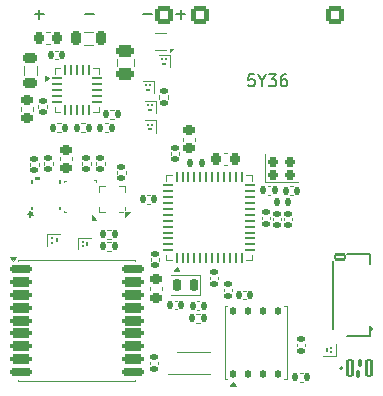
<source format=gbr>
%TF.GenerationSoftware,KiCad,Pcbnew,9.0.6*%
%TF.CreationDate,2025-12-17T14:25:04-08:00*%
%TF.ProjectId,digi_watch,64696769-5f77-4617-9463-682e6b696361,rev?*%
%TF.SameCoordinates,Original*%
%TF.FileFunction,Legend,Top*%
%TF.FilePolarity,Positive*%
%FSLAX46Y46*%
G04 Gerber Fmt 4.6, Leading zero omitted, Abs format (unit mm)*
G04 Created by KiCad (PCBNEW 9.0.6) date 2025-12-17 14:25:04*
%MOMM*%
%LPD*%
G01*
G04 APERTURE LIST*
G04 Aperture macros list*
%AMRoundRect*
0 Rectangle with rounded corners*
0 $1 Rounding radius*
0 $2 $3 $4 $5 $6 $7 $8 $9 X,Y pos of 4 corners*
0 Add a 4 corners polygon primitive as box body*
4,1,4,$2,$3,$4,$5,$6,$7,$8,$9,$2,$3,0*
0 Add four circle primitives for the rounded corners*
1,1,$1+$1,$2,$3*
1,1,$1+$1,$4,$5*
1,1,$1+$1,$6,$7*
1,1,$1+$1,$8,$9*
0 Add four rect primitives between the rounded corners*
20,1,$1+$1,$2,$3,$4,$5,0*
20,1,$1+$1,$4,$5,$6,$7,0*
20,1,$1+$1,$6,$7,$8,$9,0*
20,1,$1+$1,$8,$9,$2,$3,0*%
%AMRotRect*
0 Rectangle, with rotation*
0 The origin of the aperture is its center*
0 $1 length*
0 $2 width*
0 $3 Rotation angle, in degrees counterclockwise*
0 Add horizontal line*
21,1,$1,$2,0,0,$3*%
%AMOutline4P*
0 Free polygon, 4 corners , with rotation*
0 The origin of the aperture is its center*
0 number of corners: always 4*
0 $1 to $8 corner X, Y*
0 $9 Rotation angle, in degrees counterclockwise*
0 create outline with 4 corners*
4,1,4,$1,$2,$3,$4,$5,$6,$7,$8,$1,$2,$9*%
%AMFreePoly0*
4,1,6,0.130000,0.115000,0.130000,-0.115000,-0.130000,-0.115000,-0.130000,0.275000,-0.020000,0.275000,0.130000,0.115000,0.130000,0.115000,$1*%
%AMFreePoly1*
4,1,6,0.130000,-0.115000,-0.130000,-0.115000,-0.130000,0.115000,0.020000,0.275000,0.130000,0.275000,0.130000,-0.115000,0.130000,-0.115000,$1*%
G04 Aperture macros list end*
%ADD10C,0.153000*%
%ADD11C,0.120000*%
%ADD12C,0.127000*%
%ADD13C,0.200000*%
%ADD14C,0.152400*%
%ADD15C,0.000000*%
%ADD16C,0.100000*%
%ADD17R,0.711200X0.279400*%
%ADD18R,0.254000X0.457200*%
%ADD19RoundRect,0.135000X-0.135000X-0.185000X0.135000X-0.185000X0.135000X0.185000X-0.135000X0.185000X0*%
%ADD20R,3.000000X1.500000*%
%ADD21RoundRect,0.150000X0.150000X0.400000X-0.150000X0.400000X-0.150000X-0.400000X0.150000X-0.400000X0*%
%ADD22RoundRect,0.225000X-0.250000X0.225000X-0.250000X-0.225000X0.250000X-0.225000X0.250000X0.225000X0*%
%ADD23RoundRect,0.135000X0.135000X0.185000X-0.135000X0.185000X-0.135000X-0.185000X0.135000X-0.185000X0*%
%ADD24FreePoly0,90.000000*%
%ADD25FreePoly1,90.000000*%
%ADD26FreePoly0,270.000000*%
%ADD27FreePoly1,270.000000*%
%ADD28RotRect,0.520000X0.520000X315.000000*%
%ADD29RoundRect,0.225000X0.250000X-0.225000X0.250000X0.225000X-0.250000X0.225000X-0.250000X-0.225000X0*%
%ADD30RoundRect,0.060000X-0.065000X-0.015000X0.065000X-0.015000X0.065000X0.015000X-0.065000X0.015000X0*%
%ADD31RoundRect,0.060000X-0.015000X-0.190000X0.015000X-0.190000X0.015000X0.190000X-0.015000X0.190000X0*%
%ADD32RoundRect,0.140000X0.170000X-0.140000X0.170000X0.140000X-0.170000X0.140000X-0.170000X-0.140000X0*%
%ADD33RoundRect,0.125000X0.125000X-0.250000X0.125000X0.250000X-0.125000X0.250000X-0.125000X-0.250000X0*%
%ADD34R,4.300000X3.400000*%
%ADD35C,1.152000*%
%ADD36RoundRect,0.140000X-0.140000X-0.170000X0.140000X-0.170000X0.140000X0.170000X-0.140000X0.170000X0*%
%ADD37RoundRect,0.175000X-0.725000X-0.175000X0.725000X-0.175000X0.725000X0.175000X-0.725000X0.175000X0*%
%ADD38RoundRect,0.200000X-0.700000X-0.200000X0.700000X-0.200000X0.700000X0.200000X-0.700000X0.200000X0*%
%ADD39RoundRect,0.062500X-0.375000X-0.062500X0.375000X-0.062500X0.375000X0.062500X-0.375000X0.062500X0*%
%ADD40RoundRect,0.062500X-0.062500X-0.375000X0.062500X-0.375000X0.062500X0.375000X-0.062500X0.375000X0*%
%ADD41R,2.000000X2.000000*%
%ADD42RoundRect,0.062500X0.062500X-0.375000X0.062500X0.375000X-0.062500X0.375000X-0.062500X-0.375000X0*%
%ADD43RoundRect,0.062500X0.375000X-0.062500X0.375000X0.062500X-0.375000X0.062500X-0.375000X-0.062500X0*%
%ADD44R,5.600000X5.600000*%
%ADD45RoundRect,0.140000X-0.170000X0.140000X-0.170000X-0.140000X0.170000X-0.140000X0.170000X0.140000X0*%
%ADD46R,1.000000X1.000000*%
%ADD47C,1.000000*%
%ADD48RoundRect,0.225000X-0.225000X-0.250000X0.225000X-0.250000X0.225000X0.250000X-0.225000X0.250000X0*%
%ADD49RoundRect,0.135000X-0.185000X0.135000X-0.185000X-0.135000X0.185000X-0.135000X0.185000X0.135000X0*%
%ADD50Outline4P,-0.400000X-0.325000X0.400000X-0.325000X0.400000X0.325000X-0.400000X0.325000X180.000000*%
%ADD51Outline4P,-0.400000X-0.800000X0.400000X-0.800000X0.400000X0.800000X-0.400000X0.800000X180.000000*%
%ADD52RoundRect,0.147500X-0.147500X-0.172500X0.147500X-0.172500X0.147500X0.172500X-0.147500X0.172500X0*%
%ADD53RoundRect,0.250000X0.475000X-0.250000X0.475000X0.250000X-0.475000X0.250000X-0.475000X-0.250000X0*%
%ADD54RoundRect,0.218750X-0.218750X-0.381250X0.218750X-0.381250X0.218750X0.381250X-0.218750X0.381250X0*%
%ADD55RoundRect,0.200000X-0.250000X-0.200000X0.250000X-0.200000X0.250000X0.200000X-0.250000X0.200000X0*%
%ADD56RoundRect,0.218750X0.381250X-0.218750X0.381250X0.218750X-0.381250X0.218750X-0.381250X-0.218750X0*%
%ADD57R,0.375000X0.350000*%
%ADD58R,0.350000X0.375000*%
%ADD59R,0.800000X0.300000*%
%ADD60R,0.800000X0.400000*%
%ADD61RoundRect,0.102000X-0.400000X0.200000X-0.400000X-0.200000X0.400000X-0.200000X0.400000X0.200000X0*%
%ADD62RoundRect,0.140000X0.140000X0.170000X-0.140000X0.170000X-0.140000X-0.170000X0.140000X-0.170000X0*%
%ADD63R,0.355600X0.381000*%
%ADD64R,0.381000X0.355600*%
%ADD65RoundRect,0.060000X-0.015000X0.065000X-0.015000X-0.065000X0.015000X-0.065000X0.015000X0.065000X0*%
%ADD66RoundRect,0.060000X-0.190000X0.015000X-0.190000X-0.015000X0.190000X-0.015000X0.190000X0.015000X0*%
%ADD67RoundRect,0.225000X-0.525000X-0.525000X0.525000X-0.525000X0.525000X0.525000X-0.525000X0.525000X0*%
%ADD68RoundRect,0.060000X0.065000X0.015000X-0.065000X0.015000X-0.065000X-0.015000X0.065000X-0.015000X0*%
%ADD69RoundRect,0.060000X0.015000X0.190000X-0.015000X0.190000X-0.015000X-0.190000X0.015000X-0.190000X0*%
%ADD70RoundRect,0.102000X-0.200000X-0.700000X0.200000X-0.700000X0.200000X0.700000X-0.200000X0.700000X0*%
%ADD71RoundRect,0.102000X-0.100000X-0.250000X0.100000X-0.250000X0.100000X0.250000X-0.100000X0.250000X0*%
%ADD72R,0.350000X0.500000*%
G04 APERTURE END LIST*
D10*
X114938752Y-81088710D02*
X115700657Y-81088710D01*
X115319704Y-81469663D02*
X115319704Y-80707758D01*
X119224467Y-81088710D02*
X119986372Y-81088710D01*
X133514942Y-86169663D02*
X133038752Y-86169663D01*
X133038752Y-86169663D02*
X132991133Y-86645853D01*
X132991133Y-86645853D02*
X133038752Y-86598234D01*
X133038752Y-86598234D02*
X133133990Y-86550615D01*
X133133990Y-86550615D02*
X133372085Y-86550615D01*
X133372085Y-86550615D02*
X133467323Y-86598234D01*
X133467323Y-86598234D02*
X133514942Y-86645853D01*
X133514942Y-86645853D02*
X133562561Y-86741091D01*
X133562561Y-86741091D02*
X133562561Y-86979186D01*
X133562561Y-86979186D02*
X133514942Y-87074424D01*
X133514942Y-87074424D02*
X133467323Y-87122044D01*
X133467323Y-87122044D02*
X133372085Y-87169663D01*
X133372085Y-87169663D02*
X133133990Y-87169663D01*
X133133990Y-87169663D02*
X133038752Y-87122044D01*
X133038752Y-87122044D02*
X132991133Y-87074424D01*
X134181609Y-86693472D02*
X134181609Y-87169663D01*
X133848276Y-86169663D02*
X134181609Y-86693472D01*
X134181609Y-86693472D02*
X134514942Y-86169663D01*
X134753038Y-86169663D02*
X135372085Y-86169663D01*
X135372085Y-86169663D02*
X135038752Y-86550615D01*
X135038752Y-86550615D02*
X135181609Y-86550615D01*
X135181609Y-86550615D02*
X135276847Y-86598234D01*
X135276847Y-86598234D02*
X135324466Y-86645853D01*
X135324466Y-86645853D02*
X135372085Y-86741091D01*
X135372085Y-86741091D02*
X135372085Y-86979186D01*
X135372085Y-86979186D02*
X135324466Y-87074424D01*
X135324466Y-87074424D02*
X135276847Y-87122044D01*
X135276847Y-87122044D02*
X135181609Y-87169663D01*
X135181609Y-87169663D02*
X134895895Y-87169663D01*
X134895895Y-87169663D02*
X134800657Y-87122044D01*
X134800657Y-87122044D02*
X134753038Y-87074424D01*
X136229228Y-86169663D02*
X136038752Y-86169663D01*
X136038752Y-86169663D02*
X135943514Y-86217282D01*
X135943514Y-86217282D02*
X135895895Y-86264901D01*
X135895895Y-86264901D02*
X135800657Y-86407758D01*
X135800657Y-86407758D02*
X135753038Y-86598234D01*
X135753038Y-86598234D02*
X135753038Y-86979186D01*
X135753038Y-86979186D02*
X135800657Y-87074424D01*
X135800657Y-87074424D02*
X135848276Y-87122044D01*
X135848276Y-87122044D02*
X135943514Y-87169663D01*
X135943514Y-87169663D02*
X136133990Y-87169663D01*
X136133990Y-87169663D02*
X136229228Y-87122044D01*
X136229228Y-87122044D02*
X136276847Y-87074424D01*
X136276847Y-87074424D02*
X136324466Y-86979186D01*
X136324466Y-86979186D02*
X136324466Y-86741091D01*
X136324466Y-86741091D02*
X136276847Y-86645853D01*
X136276847Y-86645853D02*
X136229228Y-86598234D01*
X136229228Y-86598234D02*
X136133990Y-86550615D01*
X136133990Y-86550615D02*
X135943514Y-86550615D01*
X135943514Y-86550615D02*
X135848276Y-86598234D01*
X135848276Y-86598234D02*
X135800657Y-86645853D01*
X135800657Y-86645853D02*
X135753038Y-86741091D01*
X114366463Y-97962899D02*
X114604558Y-97962899D01*
X114509320Y-98200994D02*
X114604558Y-97962899D01*
X114604558Y-97962899D02*
X114509320Y-97724804D01*
X114795034Y-98105756D02*
X114604558Y-97962899D01*
X114604558Y-97962899D02*
X114795034Y-97820042D01*
X124138752Y-81088710D02*
X124900657Y-81088710D01*
X126900657Y-81088710D02*
X127662562Y-81088710D01*
X127281609Y-81469663D02*
X127281609Y-80707758D01*
D11*
%TO.C,R1*%
X128606359Y-106420000D02*
X128913641Y-106420000D01*
X128606359Y-107180000D02*
X128913641Y-107180000D01*
%TO.C,Y1*%
X126440000Y-104860000D02*
X128960000Y-104860000D01*
X128960000Y-103140000D02*
X126440000Y-103140000D01*
X128960000Y-104860000D02*
X128960000Y-103140000D01*
%TO.C,C25*%
X124690000Y-104159420D02*
X124690000Y-104440580D01*
X125710000Y-104159420D02*
X125710000Y-104440580D01*
%TO.C,R9*%
X121163641Y-90307500D02*
X120856359Y-90307500D01*
X121163641Y-91067500D02*
X120856359Y-91067500D01*
%TO.C,U10*%
X125085000Y-84095000D02*
X126085000Y-84095000D01*
X126085000Y-82655000D02*
X125085000Y-82655000D01*
X126375000Y-84295000D02*
X126375000Y-84015000D01*
X126655000Y-84015000D01*
X126375000Y-84295000D01*
G36*
X126375000Y-84295000D02*
G01*
X126375000Y-84015000D01*
X126655000Y-84015000D01*
X126375000Y-84295000D01*
G37*
%TO.C,C19*%
X117090000Y-93440580D02*
X117090000Y-93159420D01*
X118110000Y-93440580D02*
X118110000Y-93159420D01*
%TO.C,Q1*%
X118615000Y-99990000D02*
X119675000Y-99990000D01*
X118615000Y-100950000D02*
X118615000Y-99990000D01*
%TO.C,C1*%
X124740000Y-101957836D02*
X124740000Y-101742164D01*
X125460000Y-101957836D02*
X125460000Y-101742164D01*
%TO.C,U7*%
X131040000Y-105752500D02*
X131235000Y-105752500D01*
X131040000Y-111972500D02*
X131040000Y-105752500D01*
X131235000Y-111972500D02*
X131040000Y-111972500D01*
X136065000Y-105752500D02*
X136260000Y-105752500D01*
X136260000Y-105752500D02*
X136260000Y-111972500D01*
X136260000Y-111972500D02*
X136065000Y-111972500D01*
X131980000Y-112532500D02*
X131500000Y-112532500D01*
X131740000Y-112202500D01*
X131980000Y-112532500D01*
G36*
X131980000Y-112532500D02*
G01*
X131500000Y-112532500D01*
X131740000Y-112202500D01*
X131980000Y-112532500D01*
G37*
%TO.C,C17*%
X134662164Y-95615000D02*
X134877836Y-95615000D01*
X134662164Y-96335000D02*
X134877836Y-96335000D01*
%TO.C,U2*%
X113540000Y-101840000D02*
X113540000Y-101990000D01*
X113540000Y-101840000D02*
X123460000Y-101840000D01*
X113540000Y-112010000D02*
X113540000Y-112160000D01*
X113540000Y-112160000D02*
X123460000Y-112160000D01*
X123460000Y-101840000D02*
X123460000Y-101990000D01*
X123460000Y-112010000D02*
X123460000Y-112160000D01*
X113070000Y-101990000D02*
X112830000Y-101660000D01*
X113310000Y-101660000D01*
X113070000Y-101990000D01*
G36*
X113070000Y-101990000D02*
G01*
X112830000Y-101660000D01*
X113310000Y-101660000D01*
X113070000Y-101990000D01*
G37*
%TO.C,C21*%
X114540000Y-93887836D02*
X114540000Y-93672164D01*
X115260000Y-93887836D02*
X115260000Y-93672164D01*
%TO.C,R5*%
X137663641Y-111420000D02*
X137356359Y-111420000D01*
X137663641Y-112180000D02*
X137356359Y-112180000D01*
%TO.C,C20*%
X115740000Y-93807836D02*
X115740000Y-93592164D01*
X116460000Y-93807836D02*
X116460000Y-93592164D01*
%TO.C,U1*%
X116640000Y-85640000D02*
X117115000Y-85640000D01*
X116640000Y-86115000D02*
X116640000Y-85640000D01*
X116640000Y-89360000D02*
X116640000Y-88885000D01*
X117115000Y-89360000D02*
X116640000Y-89360000D01*
X119885000Y-85640000D02*
X120360000Y-85640000D01*
X120360000Y-85640000D02*
X120360000Y-86115000D01*
X120360000Y-88885000D02*
X120360000Y-89360000D01*
X120360000Y-89360000D02*
X119885000Y-89360000D01*
X116110000Y-86500000D02*
X115780000Y-86740000D01*
X115780000Y-86260000D01*
X116110000Y-86500000D01*
G36*
X116110000Y-86500000D02*
G01*
X115780000Y-86740000D01*
X115780000Y-86260000D01*
X116110000Y-86500000D01*
G37*
%TO.C,U4*%
X126090000Y-94690000D02*
X126565000Y-94690000D01*
X126090000Y-95165000D02*
X126090000Y-94690000D01*
X126090000Y-101910000D02*
X126090000Y-101435000D01*
X126565000Y-101910000D02*
X126090000Y-101910000D01*
X132835000Y-94690000D02*
X133310000Y-94690000D01*
X133310000Y-94690000D02*
X133310000Y-95165000D01*
X133310000Y-101435000D02*
X133310000Y-101910000D01*
X133310000Y-101910000D02*
X132835000Y-101910000D01*
X127190000Y-102770000D02*
X126710000Y-102770000D01*
X126950000Y-102440000D01*
X127190000Y-102770000D01*
G36*
X127190000Y-102770000D02*
G01*
X126710000Y-102770000D01*
X126950000Y-102440000D01*
X127190000Y-102770000D01*
G37*
%TO.C,C2*%
X134140000Y-98212164D02*
X134140000Y-98427836D01*
X134860000Y-98212164D02*
X134860000Y-98427836D01*
%TO.C,C11*%
X115909420Y-82590000D02*
X116190580Y-82590000D01*
X115909420Y-83610000D02*
X116190580Y-83610000D01*
%TO.C,R4*%
X125470000Y-87946359D02*
X125470000Y-88253641D01*
X126230000Y-87946359D02*
X126230000Y-88253641D01*
%TO.C,R8*%
X121653641Y-89170000D02*
X121346359Y-89170000D01*
X121653641Y-89930000D02*
X121346359Y-89930000D01*
%TO.C,R6*%
X118846359Y-90307500D02*
X119153641Y-90307500D01*
X118846359Y-91067500D02*
X119153641Y-91067500D01*
%TO.C,C3*%
X126440000Y-92957836D02*
X126440000Y-92742164D01*
X127160000Y-92957836D02*
X127160000Y-92742164D01*
%TO.C,AE2*%
X129750000Y-109675000D02*
X127025000Y-109675000D01*
X129750000Y-111525000D02*
X126200000Y-111525000D01*
%TO.C,C6*%
X121913600Y-94587836D02*
X121913600Y-94372164D01*
X122633600Y-94587836D02*
X122633600Y-94372164D01*
%TO.C,Q2*%
X116015000Y-99715000D02*
X117075000Y-99715000D01*
X116015000Y-100675000D02*
X116015000Y-99715000D01*
%TO.C,C24*%
X130940000Y-104312164D02*
X130940000Y-104527836D01*
X131660000Y-104312164D02*
X131660000Y-104527836D01*
%TO.C,C18*%
X136592164Y-95640000D02*
X136807836Y-95640000D01*
X136592164Y-96360000D02*
X136807836Y-96360000D01*
%TO.C,C7*%
X121865000Y-85411252D02*
X121865000Y-84888748D01*
X123335000Y-85411252D02*
X123335000Y-84888748D01*
%TO.C,C28*%
X127490000Y-91790580D02*
X127490000Y-91509420D01*
X128510000Y-91790580D02*
X128510000Y-91509420D01*
%TO.C,C5*%
X118940000Y-93807836D02*
X118940000Y-93592164D01*
X119660000Y-93807836D02*
X119660000Y-93592164D01*
%TO.C,L1*%
X119100378Y-82540000D02*
X119899622Y-82540000D01*
X119100378Y-83660000D02*
X119899622Y-83660000D01*
%TO.C,Y2*%
X134440000Y-92890000D02*
X134440000Y-95310000D01*
X134440000Y-95310000D02*
X137260000Y-95310000D01*
%TO.C,R12*%
X121046359Y-99320000D02*
X121353641Y-99320000D01*
X121046359Y-100080000D02*
X121353641Y-100080000D01*
%TO.C,L2*%
X113990000Y-86237122D02*
X113990000Y-85437878D01*
X115110000Y-86237122D02*
X115110000Y-85437878D01*
%TO.C,U5*%
X120411100Y-95650000D02*
X120911100Y-95650000D01*
X120411100Y-96150000D02*
X120411100Y-95650000D01*
X120411100Y-97350000D02*
X120411100Y-97350000D01*
X120411100Y-97850000D02*
X120411100Y-97350000D01*
X120911100Y-95650000D02*
X120911100Y-95650000D01*
X120911100Y-97850000D02*
X120411100Y-97850000D01*
X122111100Y-95650000D02*
X122611100Y-95650000D01*
X122111100Y-97850000D02*
X122411100Y-97850000D01*
X122611100Y-95650000D02*
X122611100Y-96150000D01*
X122611100Y-96150000D02*
X122611100Y-96150000D01*
X122611100Y-97350000D02*
X122611100Y-97650000D01*
X122611100Y-97850000D02*
X122611100Y-97850000D01*
X122611100Y-98210000D02*
X122611100Y-97850000D01*
X122971100Y-97850000D01*
X122611100Y-98210000D01*
G36*
X122611100Y-98210000D02*
G01*
X122611100Y-97850000D01*
X122971100Y-97850000D01*
X122611100Y-98210000D01*
G37*
%TO.C,C10*%
X113790000Y-88959420D02*
X113790000Y-89240580D01*
X114810000Y-88959420D02*
X114810000Y-89240580D01*
%TO.C,C29*%
X137140000Y-108962164D02*
X137140000Y-109177836D01*
X137860000Y-108962164D02*
X137860000Y-109177836D01*
D12*
%TO.C,J1*%
X140150000Y-101950000D02*
X140150000Y-107750000D01*
X143300000Y-101350000D02*
X141400000Y-101350000D01*
X143300000Y-102200000D02*
X143300000Y-101350000D01*
X143300000Y-107500000D02*
X143300000Y-108350000D01*
X143300000Y-108350000D02*
X141400000Y-108350000D01*
D13*
X143550000Y-107700000D02*
G75*
G02*
X143350000Y-107700000I-100000J0D01*
G01*
X143350000Y-107700000D02*
G75*
G02*
X143550000Y-107700000I100000J0D01*
G01*
D11*
%TO.C,C8*%
X126987836Y-105340000D02*
X126772164Y-105340000D01*
X126987836Y-106060000D02*
X126772164Y-106060000D01*
%TO.C,C22*%
X132592164Y-104490000D02*
X132807836Y-104490000D01*
X132592164Y-105210000D02*
X132807836Y-105210000D01*
D14*
%TO.C,U6*%
X114705300Y-95143500D02*
X114705300Y-95325771D01*
X114705300Y-97374229D02*
X114705300Y-97556500D01*
X117118300Y-95325771D02*
X117118300Y-95143500D01*
X117118300Y-97556500D02*
X117118300Y-97374229D01*
D15*
G36*
X115352299Y-95118100D02*
G01*
X114971299Y-95118100D01*
X114971299Y-94864100D01*
X115352299Y-94864100D01*
X115352299Y-95118100D01*
G37*
D11*
%TO.C,C12*%
X116692164Y-84140000D02*
X116907836Y-84140000D01*
X116692164Y-84860000D02*
X116907836Y-84860000D01*
%TO.C,C14*%
X135090000Y-98317164D02*
X135090000Y-98532836D01*
X135810000Y-98317164D02*
X135810000Y-98532836D01*
%TO.C,C4*%
X120140000Y-93807836D02*
X120140000Y-93592164D01*
X120860000Y-93807836D02*
X120860000Y-93592164D01*
%TO.C,C13*%
X124665000Y-110712836D02*
X124665000Y-110497164D01*
X125385000Y-110712836D02*
X125385000Y-110497164D01*
%TO.C,C26*%
X124657836Y-96390000D02*
X124442164Y-96390000D01*
X124657836Y-97110000D02*
X124442164Y-97110000D01*
%TO.C,Q7*%
X124100000Y-86715000D02*
X125060000Y-86715000D01*
X125060000Y-86715000D02*
X125060000Y-87775000D01*
%TO.C,R7*%
X116836359Y-90307500D02*
X117143641Y-90307500D01*
X116836359Y-91067500D02*
X117143641Y-91067500D01*
%TO.C,Q6*%
X140435000Y-109025000D02*
X140435000Y-109985000D01*
X140435000Y-109985000D02*
X139375000Y-109985000D01*
D13*
%TO.C,Y3*%
X141000000Y-111050000D02*
G75*
G02*
X140800000Y-111050000I-100000J0D01*
G01*
X140800000Y-111050000D02*
G75*
G02*
X141000000Y-111050000I100000J0D01*
G01*
D11*
%TO.C,C23*%
X115240000Y-88792164D02*
X115240000Y-89007836D01*
X115960000Y-88792164D02*
X115960000Y-89007836D01*
%TO.C,Q5*%
X125460000Y-84485000D02*
X126420000Y-84485000D01*
X126420000Y-84485000D02*
X126420000Y-85545000D01*
%TO.C,C27*%
X130939420Y-92800000D02*
X131220580Y-92800000D01*
X130939420Y-93820000D02*
X131220580Y-93820000D01*
%TO.C,Q4*%
X124250000Y-88390000D02*
X125210000Y-88390000D01*
X125210000Y-88390000D02*
X125210000Y-89450000D01*
D16*
%TO.C,U3*%
X117423600Y-95150000D02*
X117423600Y-95300000D01*
X117423600Y-95150000D02*
X117573600Y-95150000D01*
X117423600Y-97850000D02*
X117423600Y-97700000D01*
X117573600Y-97850000D02*
X117423600Y-97850000D01*
X120123600Y-95140000D02*
X119973600Y-95140000D01*
X120123600Y-95150000D02*
X120123600Y-95300000D01*
D11*
X120133600Y-98460000D02*
X119773600Y-98460000D01*
X119773600Y-98100000D01*
X120133600Y-98460000D01*
G36*
X120133600Y-98460000D02*
G01*
X119773600Y-98460000D01*
X119773600Y-98100000D01*
X120133600Y-98460000D01*
G37*
%TO.C,R11*%
X121056359Y-100320000D02*
X121363641Y-100320000D01*
X121056359Y-101080000D02*
X121363641Y-101080000D01*
%TO.C,C15*%
X136040000Y-98317164D02*
X136040000Y-98532836D01*
X136760000Y-98317164D02*
X136760000Y-98532836D01*
%TO.C,Q3*%
X124250000Y-90040000D02*
X125210000Y-90040000D01*
X125210000Y-90040000D02*
X125210000Y-91100000D01*
%TO.C,C9*%
X128672164Y-105390000D02*
X128887836Y-105390000D01*
X128672164Y-106110000D02*
X128887836Y-106110000D01*
%TO.C,C16*%
X129740000Y-103507836D02*
X129740000Y-103292164D01*
X130460000Y-103507836D02*
X130460000Y-103292164D01*
%TD*%
%LPC*%
D17*
%TO.C,U8*%
X137675000Y-97030800D03*
D18*
X137446400Y-97640400D03*
D17*
X137675000Y-98250000D03*
D18*
X137903600Y-97640400D03*
%TD*%
D19*
%TO.C,R1*%
X128250000Y-106800000D03*
X129270000Y-106800000D03*
%TD*%
D20*
%TO.C,J6*%
X117500000Y-81100000D03*
X121700000Y-81100000D03*
%TD*%
D21*
%TO.C,Y1*%
X128400000Y-104000000D03*
X127000000Y-104000000D03*
%TD*%
D22*
%TO.C,C25*%
X125200000Y-103525000D03*
X125200000Y-105075000D03*
%TD*%
D23*
%TO.C,R9*%
X121520000Y-90687500D03*
X120500000Y-90687500D03*
%TD*%
D24*
%TO.C,U10*%
X126070000Y-83700000D03*
D25*
X126070000Y-83050000D03*
D26*
X125100000Y-83050000D03*
D27*
X125100000Y-83700000D03*
D28*
X125585000Y-83375000D03*
%TD*%
D29*
%TO.C,C19*%
X117600000Y-94075000D03*
X117600000Y-92525000D03*
%TD*%
D30*
%TO.C,Q1*%
X119000000Y-100325000D03*
X119000000Y-100675000D03*
D31*
X119400000Y-100500000D03*
%TD*%
D32*
%TO.C,C1*%
X125100000Y-102330000D03*
X125100000Y-101370000D03*
%TD*%
D33*
%TO.C,U7*%
X131745000Y-111562500D03*
X133015000Y-111562500D03*
X134285000Y-111562500D03*
X135555000Y-111562500D03*
X135555000Y-106162500D03*
X134285000Y-106162500D03*
X133015000Y-106162500D03*
X131745000Y-106162500D03*
D34*
X133650000Y-108862500D03*
%TD*%
D35*
%TO.C,REF\u002A\u002A*%
X114000000Y-82000000D03*
%TD*%
D36*
%TO.C,C17*%
X134290000Y-95975000D03*
X135250000Y-95975000D03*
%TD*%
D37*
%TO.C,U2*%
X113750000Y-102600000D03*
D38*
X113750000Y-103700000D03*
X113750000Y-104800000D03*
X113750000Y-105900000D03*
X113750000Y-107000000D03*
X113750000Y-108100000D03*
X113750000Y-109200000D03*
X113750000Y-110300000D03*
D37*
X113750000Y-111400000D03*
X123250000Y-111400000D03*
D38*
X123250000Y-110300000D03*
X123250000Y-109200000D03*
X123250000Y-108100000D03*
X123250000Y-107000000D03*
X123250000Y-105900000D03*
X123250000Y-104800000D03*
X123250000Y-103700000D03*
D37*
X123250000Y-102600000D03*
%TD*%
D32*
%TO.C,C21*%
X114900000Y-94260000D03*
X114900000Y-93300000D03*
%TD*%
D23*
%TO.C,R5*%
X138020000Y-111800000D03*
X137000000Y-111800000D03*
%TD*%
D32*
%TO.C,C20*%
X116100000Y-94180000D03*
X116100000Y-93220000D03*
%TD*%
D39*
%TO.C,U1*%
X116812500Y-86500000D03*
X116812500Y-87000000D03*
X116812500Y-87500000D03*
X116812500Y-88000000D03*
X116812500Y-88500000D03*
D40*
X117500000Y-89187500D03*
X118000000Y-89187500D03*
X118500000Y-89187500D03*
X119000000Y-89187500D03*
X119500000Y-89187500D03*
D39*
X120187500Y-88500000D03*
X120187500Y-88000000D03*
X120187500Y-87500000D03*
X120187500Y-87000000D03*
X120187500Y-86500000D03*
D40*
X119500000Y-85812500D03*
X119000000Y-85812500D03*
X118500000Y-85812500D03*
X118000000Y-85812500D03*
X117500000Y-85812500D03*
D41*
X118500000Y-87500000D03*
%TD*%
D42*
%TO.C,U4*%
X126950000Y-101737500D03*
X127450000Y-101737500D03*
X127950000Y-101737500D03*
X128450000Y-101737500D03*
X128950000Y-101737500D03*
X129450000Y-101737500D03*
X129950000Y-101737500D03*
X130450000Y-101737500D03*
X130950000Y-101737500D03*
X131450000Y-101737500D03*
X131950000Y-101737500D03*
X132450000Y-101737500D03*
D43*
X133137500Y-101050000D03*
X133137500Y-100550000D03*
X133137500Y-100050000D03*
X133137500Y-99550000D03*
X133137500Y-99050000D03*
X133137500Y-98550000D03*
X133137500Y-98050000D03*
X133137500Y-97550000D03*
X133137500Y-97050000D03*
X133137500Y-96550000D03*
X133137500Y-96050000D03*
X133137500Y-95550000D03*
D42*
X132450000Y-94862500D03*
X131950000Y-94862500D03*
X131450000Y-94862500D03*
X130950000Y-94862500D03*
X130450000Y-94862500D03*
X129950000Y-94862500D03*
X129450000Y-94862500D03*
X128950000Y-94862500D03*
X128450000Y-94862500D03*
X127950000Y-94862500D03*
X127450000Y-94862500D03*
X126950000Y-94862500D03*
D43*
X126262500Y-95550000D03*
X126262500Y-96050000D03*
X126262500Y-96550000D03*
X126262500Y-97050000D03*
X126262500Y-97550000D03*
X126262500Y-98050000D03*
X126262500Y-98550000D03*
X126262500Y-99050000D03*
X126262500Y-99550000D03*
X126262500Y-100050000D03*
X126262500Y-100550000D03*
X126262500Y-101050000D03*
D44*
X129700000Y-98300000D03*
%TD*%
D45*
%TO.C,C2*%
X134500000Y-97840000D03*
X134500000Y-98800000D03*
%TD*%
D46*
%TO.C,J7*%
X133200000Y-113100000D03*
D47*
X131930000Y-113100000D03*
%TD*%
D35*
%TO.C,REF\u002A\u002A*%
X113400000Y-96200000D03*
%TD*%
D48*
%TO.C,C11*%
X115275000Y-83100000D03*
X116825000Y-83100000D03*
%TD*%
D49*
%TO.C,R4*%
X125850000Y-87590000D03*
X125850000Y-88610000D03*
%TD*%
D23*
%TO.C,R8*%
X122010000Y-89550000D03*
X120990000Y-89550000D03*
%TD*%
D19*
%TO.C,R6*%
X118490000Y-90687500D03*
X119510000Y-90687500D03*
%TD*%
D32*
%TO.C,C3*%
X126800000Y-93330000D03*
X126800000Y-92370000D03*
%TD*%
D50*
%TO.C,AE2*%
X126550000Y-110100000D03*
X126550000Y-111100000D03*
D51*
X129750000Y-110600000D03*
%TD*%
D32*
%TO.C,C6*%
X122273600Y-94960000D03*
X122273600Y-94000000D03*
%TD*%
D30*
%TO.C,Q2*%
X116400000Y-100050000D03*
X116400000Y-100400000D03*
D31*
X116800000Y-100225000D03*
%TD*%
D45*
%TO.C,C24*%
X131300000Y-103940000D03*
X131300000Y-104900000D03*
%TD*%
D36*
%TO.C,C18*%
X136220000Y-96000000D03*
X137180000Y-96000000D03*
%TD*%
D52*
%TO.C,L5*%
X128100000Y-93650000D03*
X129070000Y-93650000D03*
%TD*%
D53*
%TO.C,C7*%
X122600000Y-86100000D03*
X122600000Y-84200000D03*
%TD*%
D29*
%TO.C,C28*%
X128000000Y-92425000D03*
X128000000Y-90875000D03*
%TD*%
D32*
%TO.C,C5*%
X119300000Y-94180000D03*
X119300000Y-93220000D03*
%TD*%
D54*
%TO.C,L1*%
X118437500Y-83100000D03*
X120562500Y-83100000D03*
%TD*%
D35*
%TO.C,REF\u002A\u002A*%
X139850000Y-82700000D03*
%TD*%
D55*
%TO.C,Y2*%
X135150000Y-94650000D03*
X136550000Y-94650000D03*
X136550000Y-93550000D03*
X135150000Y-93550000D03*
%TD*%
D19*
%TO.C,R12*%
X120690000Y-99700000D03*
X121710000Y-99700000D03*
%TD*%
D56*
%TO.C,L2*%
X114550000Y-86900000D03*
X114550000Y-84775000D03*
%TD*%
D52*
%TO.C,L4*%
X135440000Y-97000000D03*
X136410000Y-97000000D03*
%TD*%
D57*
%TO.C,U5*%
X122273600Y-97500000D03*
X122273600Y-97000000D03*
X122273600Y-96500000D03*
X122273600Y-96000000D03*
D58*
X121761100Y-95987500D03*
X121261100Y-95987500D03*
D57*
X120748600Y-96000000D03*
X120748600Y-96500000D03*
X120748600Y-97000000D03*
X120748600Y-97500000D03*
D58*
X121261100Y-97512500D03*
X121761100Y-97512500D03*
%TD*%
D22*
%TO.C,C10*%
X114300000Y-88325000D03*
X114300000Y-89875000D03*
%TD*%
D45*
%TO.C,C29*%
X137500000Y-108590000D03*
X137500000Y-109550000D03*
%TD*%
D59*
%TO.C,J1*%
X143350000Y-102600000D03*
X143350000Y-103100000D03*
X143350000Y-103600000D03*
X143350000Y-104100000D03*
X143350000Y-104600000D03*
X143350000Y-105100000D03*
X143350000Y-105600000D03*
X143350000Y-106100000D03*
X143350000Y-106600000D03*
X143350000Y-107100000D03*
D60*
X140750000Y-108100000D03*
D61*
X140750000Y-101600000D03*
%TD*%
D62*
%TO.C,C8*%
X127360000Y-105700000D03*
X126400000Y-105700000D03*
%TD*%
D36*
%TO.C,C22*%
X132220000Y-104850000D03*
X133180000Y-104850000D03*
%TD*%
D63*
%TO.C,U6*%
X115161799Y-97188200D03*
X115661800Y-97188200D03*
X116161800Y-97188200D03*
X116661801Y-97188200D03*
D64*
X116750000Y-96600000D03*
X116750000Y-96100000D03*
D63*
X116661801Y-95511800D03*
X116161800Y-95511800D03*
X115661800Y-95511800D03*
X115161799Y-95511800D03*
D64*
X115073600Y-96100000D03*
X115073600Y-96600000D03*
%TD*%
D36*
%TO.C,C12*%
X116320000Y-84500000D03*
X117280000Y-84500000D03*
%TD*%
D45*
%TO.C,C14*%
X135450000Y-97945000D03*
X135450000Y-98905000D03*
%TD*%
D32*
%TO.C,C4*%
X120500000Y-94180000D03*
X120500000Y-93220000D03*
%TD*%
%TO.C,C13*%
X125025000Y-111085000D03*
X125025000Y-110125000D03*
%TD*%
D46*
%TO.C,J2*%
X122310000Y-113050000D03*
D47*
X121040000Y-113050000D03*
X119770000Y-113050000D03*
X118500000Y-113050000D03*
X117230000Y-113050000D03*
%TD*%
D62*
%TO.C,C26*%
X125030000Y-96750000D03*
X124070000Y-96750000D03*
%TD*%
D65*
%TO.C,Q7*%
X124725000Y-87100000D03*
X124375000Y-87100000D03*
D66*
X124550000Y-87500000D03*
%TD*%
D19*
%TO.C,R7*%
X116480000Y-90687500D03*
X117500000Y-90687500D03*
%TD*%
D67*
%TO.C,J3*%
X140400000Y-81100000D03*
X128900000Y-81100000D03*
X125900000Y-81100000D03*
%TD*%
D68*
%TO.C,Q6*%
X140050000Y-109650000D03*
X140050000Y-109300000D03*
D69*
X139650000Y-109475000D03*
%TD*%
D70*
%TO.C,Y3*%
X141600000Y-111050000D03*
D71*
X142300000Y-111500000D03*
D70*
X143200000Y-111050000D03*
D71*
X142500000Y-110600000D03*
%TD*%
D45*
%TO.C,C23*%
X115600000Y-88420000D03*
X115600000Y-89380000D03*
%TD*%
D65*
%TO.C,Q5*%
X126085000Y-84870000D03*
X125735000Y-84870000D03*
D66*
X125910000Y-85270000D03*
%TD*%
D48*
%TO.C,C27*%
X130305000Y-93310000D03*
X131855000Y-93310000D03*
%TD*%
D35*
%TO.C,REF\u002A\u002A*%
X139800000Y-112400000D03*
%TD*%
D65*
%TO.C,Q4*%
X124875000Y-88775000D03*
X124525000Y-88775000D03*
D66*
X124700000Y-89175000D03*
%TD*%
D72*
%TO.C,U3*%
X119748600Y-97525000D03*
X119098600Y-97525000D03*
X118448600Y-97525000D03*
X117798600Y-97525000D03*
X117798600Y-95475000D03*
X118448600Y-95475000D03*
X119098600Y-95475000D03*
X119748600Y-95475000D03*
%TD*%
D19*
%TO.C,R11*%
X120700000Y-100700000D03*
X121720000Y-100700000D03*
%TD*%
D45*
%TO.C,C15*%
X136400000Y-97945000D03*
X136400000Y-98905000D03*
%TD*%
D65*
%TO.C,Q3*%
X124875000Y-90425000D03*
X124525000Y-90425000D03*
D66*
X124700000Y-90825000D03*
%TD*%
D36*
%TO.C,C9*%
X128300000Y-105750000D03*
X129260000Y-105750000D03*
%TD*%
D32*
%TO.C,C16*%
X130100000Y-103880000D03*
X130100000Y-102920000D03*
%TD*%
%LPD*%
M02*

</source>
